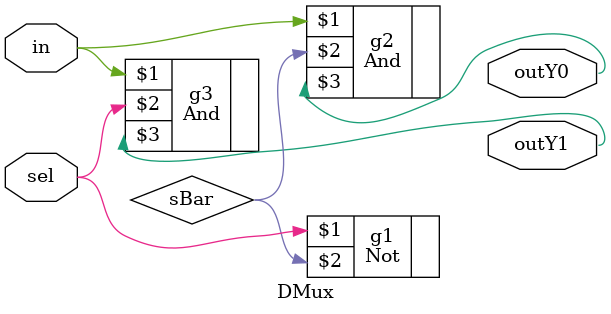
<source format=v>
`include "../01/Mux.v"

module DMux(in,sel,outY1,outY0);
    input in,sel;
    output outY1,outY0;

    Not g1(sel,sBar);

    And g2(in,sBar,outY0);
    And g3(in,sel,outY1);
endmodule
</source>
